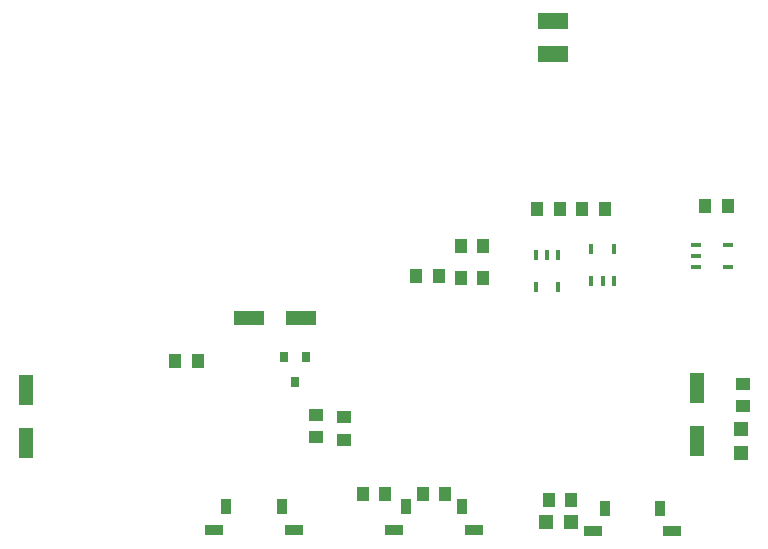
<source format=gtp>
G04 DipTrace 3.0.0.2*
G04 TeensyArbotixProRPIV0.2a.gtp*
%MOIN*%
G04 #@! TF.FileFunction,Paste,Top*
G04 #@! TF.Part,Single*
%AMOUTLINE1*
4,1,4,
-0.0175,-0.025,
-0.0175,0.025,
0.0175,0.025,
0.0175,-0.025,
-0.0175,-0.025,
0*%
%AMOUTLINE2*
4,1,4,
0.0285,-0.0155,
-0.0285,-0.0155,
-0.0285,0.0155,
0.0285,0.0155,
0.0285,-0.0155,
0*%
%ADD30R,0.05X0.1*%
%ADD31R,0.1X0.05*%
%ADD41R,0.047244X0.047244*%
%ADD45R,0.031496X0.035433*%
%ADD78R,0.015748X0.035433*%
%ADD80R,0.035433X0.015748*%
%ADD106R,0.098425X0.055118*%
%ADD108R,0.051181X0.043307*%
%ADD114R,0.043307X0.051181*%
%ADD120OUTLINE1*%
%ADD121OUTLINE2*%
%FSLAX26Y26*%
G04*
G70*
G90*
G75*
G01*
G04 TopPaste*
%LPD*%
D30*
X533701Y743701D3*
Y918701D3*
D31*
X1452492Y1159616D3*
X1277492D3*
D106*
X2290987Y2038583D3*
Y2148819D3*
D108*
X1592847Y828498D3*
Y753694D3*
D30*
X2770424Y926334D3*
Y751334D3*
D41*
X2269324Y480973D3*
X2352002D3*
X2918701Y791395D3*
Y708718D3*
D45*
X1468701Y1028701D3*
X1393898D3*
X1431299Y946024D3*
D114*
X1910583Y1300033D3*
X1835780D3*
X2058389Y1295033D3*
X1983586D3*
X1983701Y1400033D3*
X2058504D3*
D108*
X2923231Y866477D3*
Y941280D3*
D114*
X1106083Y1015138D3*
X1031280D3*
X2463701Y1525033D3*
X2388898D3*
X2238701D3*
X2313504D3*
X1856299Y573701D3*
X1931103D3*
X1656299D3*
X1731103D3*
D108*
X1501735Y836696D3*
Y761893D3*
D114*
X2798701Y1534710D3*
X2873504D3*
X2276979Y553541D3*
X2351782D3*
D120*
X2463701Y523701D3*
X2648701D3*
D121*
X2423201Y449201D3*
X2689201D3*
D120*
X1801201Y528701D3*
X1986201D3*
D121*
X1760701Y454201D3*
X2026701D3*
D120*
X1201201Y528701D3*
X1386201D3*
D121*
X1160701Y454201D3*
X1426701D3*
D80*
X2767962Y1405033D3*
Y1367631D3*
Y1330230D3*
X2874261D3*
Y1405033D3*
D78*
X2418701Y1285033D3*
X2456103D3*
X2493504D3*
Y1391332D3*
X2418701D3*
X2308701Y1370033D3*
X2271299D3*
X2233898D3*
Y1263734D3*
X2308701D3*
M02*

</source>
